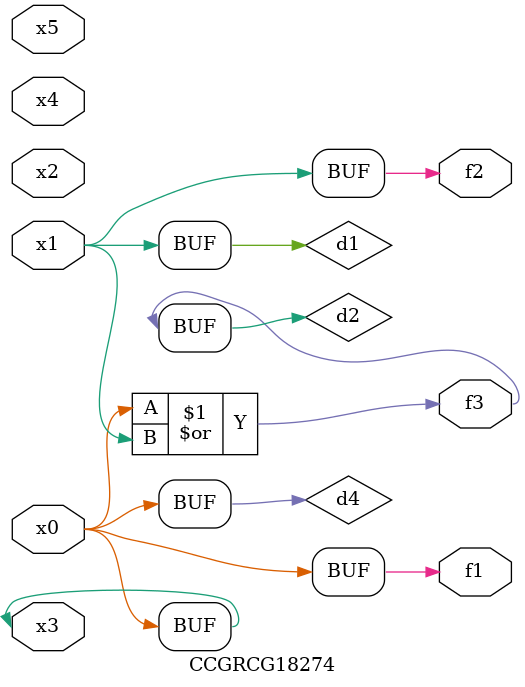
<source format=v>
module CCGRCG18274(
	input x0, x1, x2, x3, x4, x5,
	output f1, f2, f3
);

	wire d1, d2, d3, d4;

	and (d1, x1);
	or (d2, x0, x1);
	nand (d3, x0, x5);
	buf (d4, x0, x3);
	assign f1 = d4;
	assign f2 = d1;
	assign f3 = d2;
endmodule

</source>
